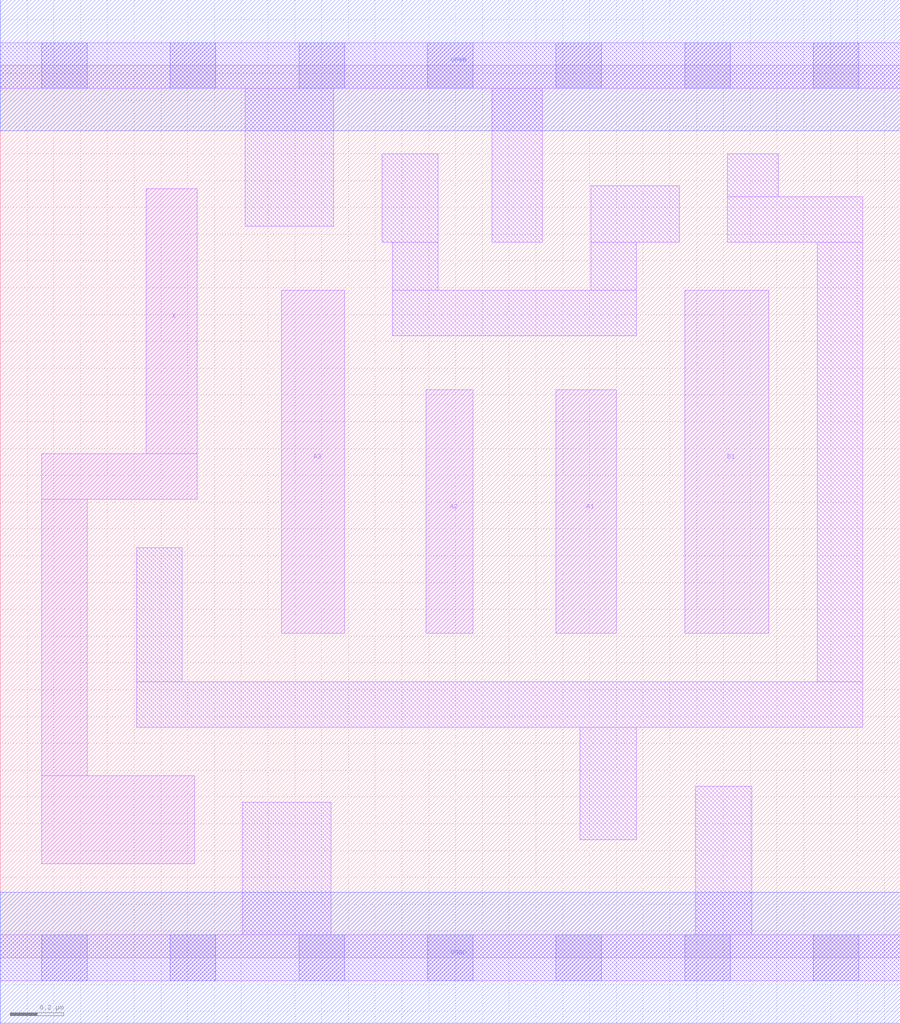
<source format=lef>
# Copyright 2020 The SkyWater PDK Authors
#
# Licensed under the Apache License, Version 2.0 (the "License");
# you may not use this file except in compliance with the License.
# You may obtain a copy of the License at
#
#     https://www.apache.org/licenses/LICENSE-2.0
#
# Unless required by applicable law or agreed to in writing, software
# distributed under the License is distributed on an "AS IS" BASIS,
# WITHOUT WARRANTIES OR CONDITIONS OF ANY KIND, either express or implied.
# See the License for the specific language governing permissions and
# limitations under the License.
#
# SPDX-License-Identifier: Apache-2.0

VERSION 5.7 ;
  NAMESCASESENSITIVE ON ;
  NOWIREEXTENSIONATPIN ON ;
  DIVIDERCHAR "/" ;
  BUSBITCHARS "[]" ;
UNITS
  DATABASE MICRONS 200 ;
END UNITS
MACRO sky130_fd_sc_lp__a31o_m
  CLASS CORE ;
  SOURCE USER ;
  FOREIGN sky130_fd_sc_lp__a31o_m ;
  ORIGIN  0.000000  0.000000 ;
  SIZE  3.360000 BY  3.330000 ;
  SYMMETRY X Y R90 ;
  SITE unit ;
  PIN A1
    ANTENNAGATEAREA  0.126000 ;
    DIRECTION INPUT ;
    USE SIGNAL ;
    PORT
      LAYER li1 ;
        RECT 2.075000 1.210000 2.300000 2.120000 ;
    END
  END A1
  PIN A2
    ANTENNAGATEAREA  0.126000 ;
    DIRECTION INPUT ;
    USE SIGNAL ;
    PORT
      LAYER li1 ;
        RECT 1.590000 1.210000 1.765000 2.120000 ;
    END
  END A2
  PIN A3
    ANTENNAGATEAREA  0.126000 ;
    DIRECTION INPUT ;
    USE SIGNAL ;
    PORT
      LAYER li1 ;
        RECT 1.050000 1.210000 1.285000 2.490000 ;
    END
  END A3
  PIN B1
    ANTENNAGATEAREA  0.126000 ;
    DIRECTION INPUT ;
    USE SIGNAL ;
    PORT
      LAYER li1 ;
        RECT 2.555000 1.210000 2.870000 2.490000 ;
    END
  END B1
  PIN X
    ANTENNADIFFAREA  0.222600 ;
    DIRECTION OUTPUT ;
    USE SIGNAL ;
    PORT
      LAYER li1 ;
        RECT 0.155000 0.350000 0.725000 0.680000 ;
        RECT 0.155000 0.680000 0.325000 1.710000 ;
        RECT 0.155000 1.710000 0.735000 1.880000 ;
        RECT 0.545000 1.880000 0.735000 2.870000 ;
    END
  END X
  PIN VGND
    DIRECTION INOUT ;
    USE GROUND ;
    PORT
      LAYER met1 ;
        RECT 0.000000 -0.245000 3.360000 0.245000 ;
    END
  END VGND
  PIN VPWR
    DIRECTION INOUT ;
    USE POWER ;
    PORT
      LAYER met1 ;
        RECT 0.000000 3.085000 3.360000 3.575000 ;
    END
  END VPWR
  OBS
    LAYER li1 ;
      RECT 0.000000 -0.085000 3.360000 0.085000 ;
      RECT 0.000000  3.245000 3.360000 3.415000 ;
      RECT 0.510000  0.860000 3.220000 1.030000 ;
      RECT 0.510000  1.030000 0.680000 1.530000 ;
      RECT 0.905000  0.085000 1.235000 0.580000 ;
      RECT 0.915000  2.730000 1.245000 3.245000 ;
      RECT 1.425000  2.670000 1.635000 3.000000 ;
      RECT 1.465000  2.320000 2.375000 2.490000 ;
      RECT 1.465000  2.490000 1.635000 2.670000 ;
      RECT 1.835000  2.670000 2.025000 3.245000 ;
      RECT 2.165000  0.440000 2.375000 0.860000 ;
      RECT 2.205000  2.490000 2.375000 2.670000 ;
      RECT 2.205000  2.670000 2.535000 2.880000 ;
      RECT 2.595000  0.085000 2.805000 0.640000 ;
      RECT 2.715000  2.670000 3.220000 2.840000 ;
      RECT 2.715000  2.840000 2.905000 3.000000 ;
      RECT 3.050000  1.030000 3.220000 2.670000 ;
    LAYER mcon ;
      RECT 0.155000 -0.085000 0.325000 0.085000 ;
      RECT 0.155000  3.245000 0.325000 3.415000 ;
      RECT 0.635000 -0.085000 0.805000 0.085000 ;
      RECT 0.635000  3.245000 0.805000 3.415000 ;
      RECT 1.115000 -0.085000 1.285000 0.085000 ;
      RECT 1.115000  3.245000 1.285000 3.415000 ;
      RECT 1.595000 -0.085000 1.765000 0.085000 ;
      RECT 1.595000  3.245000 1.765000 3.415000 ;
      RECT 2.075000 -0.085000 2.245000 0.085000 ;
      RECT 2.075000  3.245000 2.245000 3.415000 ;
      RECT 2.555000 -0.085000 2.725000 0.085000 ;
      RECT 2.555000  3.245000 2.725000 3.415000 ;
      RECT 3.035000 -0.085000 3.205000 0.085000 ;
      RECT 3.035000  3.245000 3.205000 3.415000 ;
  END
END sky130_fd_sc_lp__a31o_m

</source>
